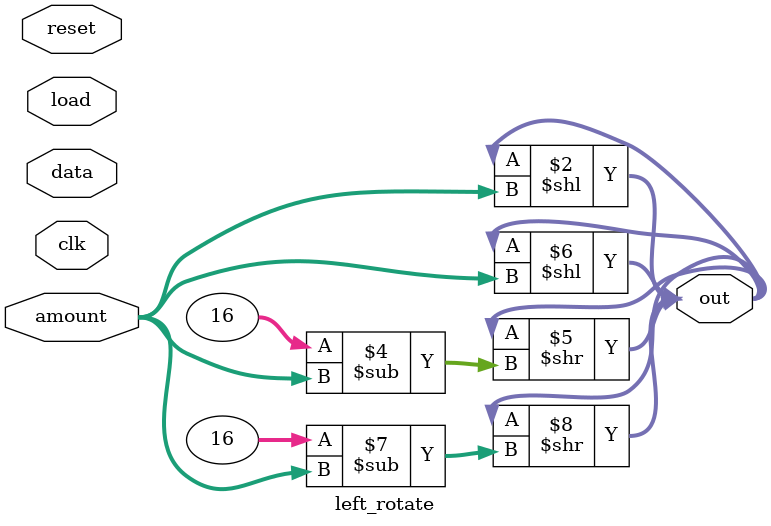
<source format=v>
module left_rotate(clk,reset,amount,data,load,out);
input clk,reset;
input [2:0] amount;
input [7:0] data;
input load;
output reg [7:0] out;
// when load is high, load data to out
// otherwise rotate the out register followed by left shift the out register by amount bits
assign load_out = (load && out);
assign out = out << amount;
assign load_out = (load_out || out);
assign out = out >> (16-amount);
assign out = out << amount;
assign out = out >> (16-amount);
endmodule

</source>
